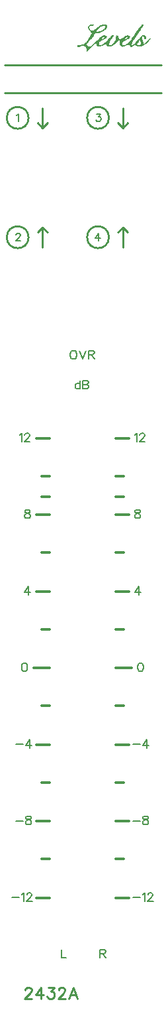
<source format=gto>
G04 Layer: TopSilkscreenLayer*
G04 EasyEDA v6.5.23, 2023-06-01 15:37:06*
G04 23eb6b4696734b44af23c16f2827e462,5a6b42c53f6a479593ecc07194224c93,10*
G04 Gerber Generator version 0.2*
G04 Scale: 100 percent, Rotated: No, Reflected: No *
G04 Dimensions in millimeters *
G04 leading zeros omitted , absolute positions ,4 integer and 5 decimal *
%FSLAX45Y45*%
%MOMM*%

%ADD10C,0.1524*%
%ADD11C,0.2032*%
%ADD12C,0.2540*%
%ADD13C,0.3000*%

%LPD*%
G36*
X1286916Y12713919D02*
G01*
X1282141Y12713665D01*
X1271930Y12712192D01*
X1261059Y12709499D01*
X1255420Y12707721D01*
X1243838Y12703251D01*
X1231849Y12697612D01*
X1219708Y12690805D01*
X1213561Y12686995D01*
X1201318Y12678511D01*
X1189228Y12668961D01*
X1167384Y12649911D01*
X1154633Y12639903D01*
X1149299Y12636195D01*
X1144524Y12633350D01*
X1140256Y12631318D01*
X1136396Y12630048D01*
X1132941Y12629489D01*
X1129792Y12629642D01*
X1126896Y12630454D01*
X1124102Y12631826D01*
X1118514Y12635687D01*
X1113536Y12639700D01*
X1109218Y12643866D01*
X1105560Y12648133D01*
X1102512Y12652451D01*
X1100124Y12656769D01*
X1098346Y12661036D01*
X1097229Y12665303D01*
X1096670Y12669418D01*
X1096772Y12673380D01*
X1097483Y12677190D01*
X1098804Y12680746D01*
X1100683Y12684048D01*
X1103223Y12687046D01*
X1106322Y12689687D01*
X1110030Y12691973D01*
X1114348Y12693751D01*
X1119225Y12695123D01*
X1124661Y12695986D01*
X1141018Y12696952D01*
X1149451Y12698831D01*
X1155141Y12701625D01*
X1157224Y12704978D01*
X1156258Y12708128D01*
X1153464Y12710515D01*
X1149197Y12712242D01*
X1143711Y12713258D01*
X1137361Y12713614D01*
X1130401Y12713411D01*
X1123086Y12712547D01*
X1115771Y12711125D01*
X1108760Y12709093D01*
X1102258Y12706604D01*
X1096670Y12703556D01*
X1092200Y12700000D01*
X1088593Y12696037D01*
X1085596Y12692024D01*
X1083157Y12687858D01*
X1081278Y12683591D01*
X1080008Y12679273D01*
X1079347Y12674803D01*
X1079246Y12670282D01*
X1079703Y12665608D01*
X1080770Y12660884D01*
X1082395Y12656058D01*
X1084630Y12651130D01*
X1087475Y12646101D01*
X1090879Y12641021D01*
X1094841Y12635788D01*
X1099362Y12630505D01*
X1109522Y12620142D01*
X1186230Y12620142D01*
X1186535Y12623139D01*
X1188262Y12627406D01*
X1194155Y12638176D01*
X1197508Y12643205D01*
X1201216Y12648082D01*
X1205230Y12652806D01*
X1209497Y12657378D01*
X1218692Y12665964D01*
X1223568Y12669926D01*
X1233627Y12677140D01*
X1243838Y12683286D01*
X1248968Y12685979D01*
X1253998Y12688316D01*
X1263700Y12691973D01*
X1268323Y12693294D01*
X1272743Y12694208D01*
X1276908Y12694767D01*
X1280820Y12694869D01*
X1284376Y12694615D01*
X1287576Y12693853D01*
X1290421Y12692684D01*
X1292809Y12691008D01*
X1294688Y12688874D01*
X1296111Y12686233D01*
X1297025Y12683083D01*
X1297279Y12679375D01*
X1296974Y12676022D01*
X1296060Y12672568D01*
X1294485Y12669012D01*
X1292453Y12665405D01*
X1289862Y12661747D01*
X1286764Y12658140D01*
X1283258Y12654483D01*
X1279347Y12650927D01*
X1275029Y12647371D01*
X1265478Y12640614D01*
X1254810Y12634468D01*
X1249172Y12631623D01*
X1237437Y12626644D01*
X1231442Y12624562D01*
X1225397Y12622733D01*
X1219301Y12621260D01*
X1203299Y12618516D01*
X1195832Y12617653D01*
X1190650Y12617551D01*
X1187500Y12618313D01*
X1186230Y12620142D01*
X1109522Y12620142D01*
X1130604Y12599060D01*
X1089355Y12533934D01*
X1078636Y12517882D01*
X1068628Y12503912D01*
X1059180Y12491923D01*
X1050036Y12481763D01*
X1045565Y12477343D01*
X1041095Y12473330D01*
X1036675Y12469723D01*
X1032205Y12466472D01*
X1027734Y12463576D01*
X1018590Y12458852D01*
X1013866Y12456972D01*
X1009040Y12455398D01*
X1004112Y12454128D01*
X998982Y12453112D01*
X988212Y12451791D01*
X966876Y12451232D01*
X958748Y12450724D01*
X952144Y12449810D01*
X946912Y12448489D01*
X943051Y12446660D01*
X940358Y12444425D01*
X938834Y12441631D01*
X938377Y12438278D01*
X938834Y12434773D01*
X940308Y12431826D01*
X942594Y12429388D01*
X945794Y12427610D01*
X949756Y12426340D01*
X954481Y12425680D01*
X959916Y12425629D01*
X965962Y12426137D01*
X972667Y12427254D01*
X979932Y12428931D01*
X987653Y12431268D01*
X1002131Y12436144D01*
X1008278Y12437313D01*
X1014272Y12437821D01*
X1020114Y12437567D01*
X1025753Y12436652D01*
X1031138Y12435078D01*
X1036218Y12432842D01*
X1040942Y12430048D01*
X1045260Y12426696D01*
X1049172Y12422835D01*
X1052576Y12418415D01*
X1055471Y12413589D01*
X1057808Y12408255D01*
X1059484Y12402566D01*
X1060551Y12396470D01*
X1061313Y12379909D01*
X1062329Y12371628D01*
X1063802Y12365990D01*
X1065631Y12363958D01*
X1066749Y12364466D01*
X1071676Y12368530D01*
X1079754Y12376048D01*
X1090422Y12386462D01*
X1117041Y12413945D01*
X1149299Y12448133D01*
X1160881Y12459716D01*
X1165453Y12463881D01*
X1169263Y12467031D01*
X1172464Y12469164D01*
X1175156Y12470384D01*
X1177340Y12470739D01*
X1179169Y12470231D01*
X1180744Y12468961D01*
X1182116Y12466980D01*
X1184656Y12460986D01*
X1187754Y12452350D01*
X1189736Y12448082D01*
X1191920Y12444222D01*
X1194358Y12440767D01*
X1197051Y12437770D01*
X1199997Y12435230D01*
X1203198Y12433147D01*
X1206652Y12431471D01*
X1210360Y12430201D01*
X1214374Y12429388D01*
X1218692Y12429032D01*
X1223314Y12429083D01*
X1228191Y12429591D01*
X1233424Y12430506D01*
X1238961Y12431826D01*
X1244803Y12433604D01*
X1251000Y12435789D01*
X1257554Y12438380D01*
X1281633Y12449657D01*
X1290320Y12453416D01*
X1297736Y12456261D01*
X1303832Y12458090D01*
X1308608Y12458903D01*
X1312062Y12458801D01*
X1314094Y12457633D01*
X1314805Y12455499D01*
X1315821Y12450521D01*
X1318564Y12444831D01*
X1322628Y12439192D01*
X1327607Y12434214D01*
X1330960Y12431826D01*
X1334668Y12429896D01*
X1338681Y12428474D01*
X1342999Y12427610D01*
X1347520Y12427153D01*
X1352346Y12427204D01*
X1357376Y12427762D01*
X1362608Y12428728D01*
X1367993Y12430201D01*
X1373581Y12432131D01*
X1379321Y12434468D01*
X1385214Y12437262D01*
X1391208Y12440462D01*
X1397254Y12444120D01*
X1403400Y12448184D01*
X1409649Y12452654D01*
X1415897Y12457480D01*
X1422146Y12462764D01*
X1428394Y12468402D01*
X1440688Y12480391D01*
X1451660Y12490500D01*
X1461109Y12498171D01*
X1469034Y12503404D01*
X1472438Y12505131D01*
X1475435Y12506248D01*
X1478076Y12506756D01*
X1480362Y12506655D01*
X1482293Y12505994D01*
X1483817Y12504674D01*
X1484985Y12502794D01*
X1485798Y12500254D01*
X1486255Y12497155D01*
X1486306Y12493447D01*
X1486052Y12489180D01*
X1485442Y12484252D01*
X1483512Y12472771D01*
X1483207Y12467082D01*
X1483461Y12461748D01*
X1484376Y12456718D01*
X1485900Y12452045D01*
X1488033Y12447625D01*
X1490726Y12443510D01*
X1494078Y12439700D01*
X1498447Y12435586D01*
X1502562Y12432182D01*
X1506575Y12429540D01*
X1510690Y12427712D01*
X1514957Y12426645D01*
X1519631Y12426391D01*
X1524812Y12426899D01*
X1530705Y12428169D01*
X1537462Y12430252D01*
X1545132Y12433147D01*
X1575562Y12446304D01*
X1584401Y12449911D01*
X1591157Y12451943D01*
X1596491Y12452502D01*
X1600860Y12451486D01*
X1604924Y12448895D01*
X1609140Y12444679D01*
X1618996Y12433096D01*
X1623110Y12428880D01*
X1626870Y12426340D01*
X1630781Y12425324D01*
X1635302Y12425883D01*
X1640890Y12427915D01*
X1648053Y12431471D01*
X1663293Y12439700D01*
X1669034Y12442291D01*
X1674266Y12444222D01*
X1678990Y12445492D01*
X1683054Y12446152D01*
X1686407Y12446050D01*
X1688947Y12445288D01*
X1694434Y12440005D01*
X1701088Y12436094D01*
X1709572Y12432436D01*
X1719021Y12429490D01*
X1723339Y12428626D01*
X1727860Y12428169D01*
X1732686Y12428067D01*
X1737664Y12428321D01*
X1742846Y12428931D01*
X1748231Y12429896D01*
X1753717Y12431166D01*
X1759356Y12432741D01*
X1765147Y12434671D01*
X1776933Y12439446D01*
X1788922Y12445288D01*
X1800961Y12452248D01*
X1806956Y12456058D01*
X1818792Y12464440D01*
X1830324Y12473686D01*
X1841347Y12483744D01*
X1846630Y12489027D01*
X1857298Y12500813D01*
X1866595Y12511887D01*
X1873402Y12520879D01*
X1877872Y12527737D01*
X1879244Y12530429D01*
X1880057Y12532563D01*
X1880362Y12534138D01*
X1880107Y12535204D01*
X1879396Y12535712D01*
X1878126Y12535662D01*
X1876348Y12535103D01*
X1874113Y12533985D01*
X1868271Y12530074D01*
X1860651Y12523927D01*
X1851355Y12515545D01*
X1840484Y12504877D01*
X1793646Y12455804D01*
X1775409Y12527127D01*
X1773428Y12535916D01*
X1772157Y12542723D01*
X1771599Y12547854D01*
X1771751Y12551460D01*
X1772513Y12553899D01*
X1773986Y12555321D01*
X1776069Y12556083D01*
X1778812Y12556337D01*
X1782165Y12556337D01*
X1787855Y12555067D01*
X1792376Y12551460D01*
X1795272Y12545923D01*
X1796288Y12538862D01*
X1796745Y12532258D01*
X1797964Y12527280D01*
X1799945Y12523927D01*
X1802739Y12522149D01*
X1806193Y12521996D01*
X1810308Y12523520D01*
X1815084Y12526619D01*
X1820418Y12531445D01*
X1823770Y12535712D01*
X1825752Y12540284D01*
X1826361Y12545009D01*
X1825802Y12549733D01*
X1824075Y12554356D01*
X1821332Y12558776D01*
X1817624Y12562890D01*
X1813102Y12566497D01*
X1807768Y12569494D01*
X1801825Y12571831D01*
X1795272Y12573304D01*
X1788261Y12573812D01*
X1783791Y12573660D01*
X1779473Y12573101D01*
X1775307Y12572136D01*
X1771294Y12570764D01*
X1767332Y12568936D01*
X1763420Y12566650D01*
X1759508Y12563856D01*
X1755597Y12560503D01*
X1751584Y12556642D01*
X1747418Y12552222D01*
X1743151Y12547193D01*
X1734616Y12536271D01*
X1725675Y12525349D01*
X1715973Y12514173D01*
X1705813Y12502946D01*
X1685086Y12481458D01*
X1669646Y12466726D01*
X1700733Y12466726D01*
X1703425Y12468504D01*
X1711248Y12468910D01*
X1717293Y12470079D01*
X1722018Y12473432D01*
X1725168Y12478512D01*
X1726285Y12484912D01*
X1726692Y12491567D01*
X1727911Y12497866D01*
X1729689Y12503099D01*
X1731873Y12506553D01*
X1735836Y12509398D01*
X1739595Y12510008D01*
X1743100Y12508636D01*
X1746199Y12505385D01*
X1748789Y12500406D01*
X1750822Y12493904D01*
X1752092Y12485979D01*
X1752549Y12476835D01*
X1752092Y12469469D01*
X1750872Y12462967D01*
X1748840Y12457328D01*
X1746199Y12452654D01*
X1742948Y12448997D01*
X1739239Y12446355D01*
X1735074Y12444780D01*
X1730552Y12444374D01*
X1725777Y12445085D01*
X1720799Y12446965D01*
X1715719Y12450165D01*
X1710588Y12454585D01*
X1703120Y12462408D01*
X1700733Y12466726D01*
X1669646Y12466726D01*
X1661058Y12459055D01*
X1652879Y12452248D01*
X1645970Y12447117D01*
X1643024Y12445187D01*
X1640484Y12443815D01*
X1638350Y12442952D01*
X1636725Y12442647D01*
X1634134Y12443002D01*
X1633169Y12443409D01*
X1632407Y12444069D01*
X1631899Y12444933D01*
X1631645Y12446050D01*
X1631645Y12447524D01*
X1632508Y12451283D01*
X1634591Y12456515D01*
X1637995Y12463373D01*
X1642821Y12472060D01*
X1657248Y12495530D01*
X1678635Y12528550D01*
X1732280Y12609271D01*
X1751228Y12638633D01*
X1767179Y12664389D01*
X1779473Y12685268D01*
X1787347Y12700152D01*
X1789988Y12706604D01*
X1790141Y12707772D01*
X1789988Y12708382D01*
X1786585Y12711176D01*
X1784857Y12712090D01*
X1783029Y12712750D01*
X1781098Y12713055D01*
X1779117Y12713055D01*
X1777034Y12712750D01*
X1772513Y12711023D01*
X1767433Y12707772D01*
X1761794Y12702997D01*
X1755393Y12696494D01*
X1748180Y12688214D01*
X1740052Y12678054D01*
X1730959Y12665964D01*
X1720748Y12651790D01*
X1696720Y12616942D01*
X1670608Y12578232D01*
X1648917Y12546787D01*
X1635099Y12527635D01*
X1626819Y12516662D01*
X1619148Y12507010D01*
X1611934Y12498476D01*
X1605076Y12491008D01*
X1598472Y12484354D01*
X1591970Y12478461D01*
X1585468Y12473127D01*
X1578813Y12468250D01*
X1571853Y12463678D01*
X1564589Y12459258D01*
X1556766Y12454839D01*
X1550060Y12451588D01*
X1543913Y12449200D01*
X1538274Y12447778D01*
X1533194Y12447270D01*
X1528724Y12447676D01*
X1524863Y12448895D01*
X1521764Y12450978D01*
X1519326Y12453924D01*
X1517650Y12457633D01*
X1516735Y12462205D01*
X1516735Y12467488D01*
X1517548Y12473584D01*
X1518310Y12477242D01*
X1519275Y12480493D01*
X1520647Y12483439D01*
X1522526Y12486182D01*
X1525168Y12488926D01*
X1528775Y12491770D01*
X1533550Y12494920D01*
X1539697Y12498425D01*
X1556867Y12507264D01*
X1588008Y12522504D01*
X1593596Y12525756D01*
X1598625Y12529058D01*
X1603044Y12532410D01*
X1606905Y12535763D01*
X1610207Y12539065D01*
X1612849Y12542418D01*
X1614932Y12545669D01*
X1616405Y12548870D01*
X1617319Y12551968D01*
X1617573Y12554915D01*
X1617218Y12557760D01*
X1616252Y12560401D01*
X1614678Y12562840D01*
X1612442Y12565126D01*
X1609598Y12567107D01*
X1606092Y12568885D01*
X1601978Y12570307D01*
X1597202Y12571476D01*
X1591767Y12572339D01*
X1587347Y12572644D01*
X1582877Y12572542D01*
X1578406Y12572085D01*
X1573885Y12571171D01*
X1569262Y12569850D01*
X1564538Y12568072D01*
X1559661Y12565837D01*
X1554632Y12563144D01*
X1549400Y12559995D01*
X1538224Y12552172D01*
X1525422Y12542215D01*
X1519021Y12537643D01*
X1513027Y12533782D01*
X1507439Y12530632D01*
X1502257Y12528245D01*
X1497482Y12526518D01*
X1493113Y12525552D01*
X1489151Y12525298D01*
X1485544Y12525756D01*
X1482344Y12526924D01*
X1479550Y12528854D01*
X1477060Y12531445D01*
X1474978Y12534798D01*
X1473250Y12538862D01*
X1471879Y12543637D01*
X1470863Y12549174D01*
X1468577Y12557201D01*
X1464360Y12564211D01*
X1458874Y12569494D01*
X1452676Y12572187D01*
X1445361Y12572390D01*
X1440637Y12569190D01*
X1438097Y12562078D01*
X1437081Y12545161D01*
X1436370Y12539675D01*
X1435150Y12534087D01*
X1433576Y12528397D01*
X1431594Y12522657D01*
X1429258Y12516866D01*
X1426229Y12510414D01*
X1529283Y12510414D01*
X1550517Y12533376D01*
X1558340Y12541402D01*
X1565351Y12547701D01*
X1571447Y12552273D01*
X1576578Y12555067D01*
X1580692Y12556032D01*
X1583690Y12555169D01*
X1585569Y12552426D01*
X1586179Y12547803D01*
X1585620Y12545822D01*
X1583944Y12543383D01*
X1581302Y12540589D01*
X1577848Y12537541D01*
X1573631Y12534392D01*
X1568805Y12531140D01*
X1563471Y12527940D01*
X1557731Y12524841D01*
X1529283Y12510414D01*
X1426229Y12510414D01*
X1423619Y12505283D01*
X1416913Y12494006D01*
X1413256Y12488519D01*
X1405382Y12478156D01*
X1397050Y12468758D01*
X1392783Y12464491D01*
X1388516Y12460579D01*
X1384249Y12457023D01*
X1379982Y12453874D01*
X1375765Y12451130D01*
X1371701Y12448946D01*
X1367739Y12447219D01*
X1363929Y12446050D01*
X1360271Y12445441D01*
X1356868Y12445441D01*
X1353718Y12446101D01*
X1350822Y12447473D01*
X1348232Y12449505D01*
X1347063Y12451080D01*
X1346301Y12453112D01*
X1345946Y12455499D01*
X1345946Y12458293D01*
X1346403Y12461494D01*
X1347216Y12465100D01*
X1350060Y12473432D01*
X1354480Y12483338D01*
X1360424Y12494666D01*
X1367840Y12507468D01*
X1376832Y12521692D01*
X1387246Y12537236D01*
X1403502Y12560350D01*
X1406550Y12565075D01*
X1408226Y12568529D01*
X1408582Y12570968D01*
X1407515Y12572492D01*
X1404975Y12573355D01*
X1400962Y12573762D01*
X1395425Y12573812D01*
X1391056Y12573152D01*
X1386027Y12571120D01*
X1380439Y12567869D01*
X1374394Y12563500D01*
X1368094Y12558115D01*
X1361541Y12551765D01*
X1354937Y12544602D01*
X1343456Y12530480D01*
X1333500Y12518644D01*
X1323543Y12507569D01*
X1313586Y12497308D01*
X1303832Y12487859D01*
X1294231Y12479274D01*
X1284884Y12471603D01*
X1275842Y12464846D01*
X1267256Y12459106D01*
X1259128Y12454331D01*
X1251559Y12450622D01*
X1244549Y12447930D01*
X1238250Y12446406D01*
X1235405Y12446050D01*
X1232712Y12446000D01*
X1230274Y12446254D01*
X1227988Y12446762D01*
X1225956Y12447625D01*
X1224178Y12448743D01*
X1222603Y12450216D01*
X1221333Y12451994D01*
X1220266Y12454077D01*
X1219504Y12456515D01*
X1218996Y12459258D01*
X1218742Y12462306D01*
X1219200Y12469469D01*
X1220673Y12477242D01*
X1221638Y12480493D01*
X1222959Y12483439D01*
X1224838Y12486182D01*
X1227531Y12488926D01*
X1231138Y12491770D01*
X1235913Y12494920D01*
X1242060Y12498425D01*
X1259230Y12507264D01*
X1290523Y12522606D01*
X1296263Y12525908D01*
X1301394Y12529261D01*
X1305915Y12532664D01*
X1309827Y12536068D01*
X1313078Y12539421D01*
X1315720Y12542723D01*
X1317752Y12546025D01*
X1319123Y12549174D01*
X1319885Y12552273D01*
X1319987Y12555220D01*
X1319479Y12557963D01*
X1318310Y12560604D01*
X1316482Y12562992D01*
X1313992Y12565227D01*
X1310843Y12567158D01*
X1307084Y12568834D01*
X1302613Y12570256D01*
X1297533Y12571374D01*
X1289202Y12572339D01*
X1284325Y12572542D01*
X1279550Y12572288D01*
X1274673Y12571425D01*
X1269542Y12569799D01*
X1263904Y12567259D01*
X1257604Y12563652D01*
X1250391Y12558877D01*
X1242110Y12552730D01*
X1232560Y12545110D01*
X1221486Y12535814D01*
X1192651Y12510414D01*
X1231646Y12510414D01*
X1252880Y12533376D01*
X1260703Y12541402D01*
X1267714Y12547701D01*
X1273810Y12552273D01*
X1278940Y12555067D01*
X1283055Y12556032D01*
X1286052Y12555169D01*
X1287932Y12552426D01*
X1288542Y12547803D01*
X1287983Y12545822D01*
X1286306Y12543383D01*
X1283665Y12540589D01*
X1280210Y12537541D01*
X1275994Y12534392D01*
X1271168Y12531140D01*
X1265834Y12527940D01*
X1260094Y12524841D01*
X1231646Y12510414D01*
X1192651Y12510414D01*
X1116279Y12440666D01*
X1109319Y12434824D01*
X1103731Y12430963D01*
X1099159Y12428931D01*
X1095095Y12428626D01*
X1091285Y12429947D01*
X1087323Y12432842D01*
X1076452Y12442647D01*
X1069898Y12447219D01*
X1063802Y12450267D01*
X1059027Y12451384D01*
X1058164Y12451842D01*
X1058113Y12453061D01*
X1058875Y12455093D01*
X1062482Y12461087D01*
X1068730Y12469520D01*
X1077264Y12479782D01*
X1087729Y12491567D01*
X1098143Y12502692D01*
X1107287Y12512852D01*
X1116228Y12523266D01*
X1124813Y12533680D01*
X1132738Y12543790D01*
X1139799Y12553238D01*
X1145692Y12561773D01*
X1150264Y12569088D01*
X1156157Y12579654D01*
X1160221Y12585801D01*
X1164437Y12590627D01*
X1168857Y12594336D01*
X1173734Y12597028D01*
X1179220Y12598806D01*
X1185519Y12599771D01*
X1198930Y12600228D01*
X1211630Y12601600D01*
X1218082Y12602768D01*
X1230934Y12605969D01*
X1237386Y12608001D01*
X1250086Y12612776D01*
X1256284Y12615468D01*
X1268323Y12621514D01*
X1279652Y12628270D01*
X1285036Y12631826D01*
X1294993Y12639344D01*
X1303782Y12647269D01*
X1311198Y12655397D01*
X1314348Y12659512D01*
X1317040Y12663678D01*
X1319326Y12667843D01*
X1321155Y12671958D01*
X1322476Y12676022D01*
X1323289Y12680086D01*
X1323543Y12684048D01*
X1323340Y12688366D01*
X1322679Y12692329D01*
X1321612Y12695936D01*
X1320139Y12699187D01*
X1318260Y12702133D01*
X1316024Y12704775D01*
X1313434Y12707010D01*
X1310538Y12708991D01*
X1307287Y12710617D01*
X1303782Y12711887D01*
X1299921Y12712903D01*
X1295857Y12713563D01*
X1291488Y12713919D01*
G37*
D10*
X1231900Y902715D02*
G01*
X1231900Y793750D01*
X1231900Y902715D02*
G01*
X1278636Y902715D01*
X1294129Y897636D01*
X1299463Y892302D01*
X1304543Y881887D01*
X1304543Y871473D01*
X1299463Y861060D01*
X1294129Y855979D01*
X1278636Y850900D01*
X1231900Y850900D01*
X1268222Y850900D02*
G01*
X1304543Y793750D01*
X736600Y902715D02*
G01*
X736600Y793750D01*
X736600Y793750D02*
G01*
X798829Y793750D01*
X976629Y8167115D02*
G01*
X976629Y8058150D01*
X976629Y8115300D02*
G01*
X966470Y8125460D01*
X956056Y8130794D01*
X940308Y8130794D01*
X929893Y8125460D01*
X919479Y8115300D01*
X914400Y8099552D01*
X914400Y8089137D01*
X919479Y8073644D01*
X929893Y8063229D01*
X940308Y8058150D01*
X956056Y8058150D01*
X966470Y8063229D01*
X976629Y8073644D01*
X1010920Y8167115D02*
G01*
X1010920Y8058150D01*
X1010920Y8167115D02*
G01*
X1057909Y8167115D01*
X1073404Y8162036D01*
X1078484Y8156702D01*
X1083818Y8146287D01*
X1083818Y8135873D01*
X1078484Y8125460D01*
X1073404Y8120379D01*
X1057909Y8115300D01*
X1010920Y8115300D02*
G01*
X1057909Y8115300D01*
X1073404Y8109965D01*
X1078484Y8104886D01*
X1083818Y8094471D01*
X1083818Y8078723D01*
X1078484Y8068310D01*
X1073404Y8063229D01*
X1057909Y8058150D01*
X1010920Y8058150D01*
D11*
X1190243Y11568937D02*
G01*
X1240281Y11568937D01*
X1212850Y11532615D01*
X1226565Y11532615D01*
X1235709Y11528044D01*
X1240281Y11523471D01*
X1244854Y11510010D01*
X1244854Y11500865D01*
X1240281Y11487150D01*
X1231138Y11478005D01*
X1217422Y11473434D01*
X1203706Y11473434D01*
X1190243Y11478005D01*
X1185672Y11482578D01*
X1181100Y11491721D01*
X165100Y11550904D02*
G01*
X174244Y11555476D01*
X187705Y11568937D01*
X187705Y11473434D01*
D12*
X273557Y384047D02*
G01*
X273557Y390905D01*
X280415Y404368D01*
X287273Y411226D01*
X300736Y418084D01*
X328168Y418084D01*
X341629Y411226D01*
X348487Y404368D01*
X355345Y390905D01*
X355345Y377189D01*
X348487Y363473D01*
X334771Y343154D01*
X266700Y274828D01*
X362204Y274828D01*
X475234Y418084D02*
G01*
X407162Y322579D01*
X509523Y322579D01*
X475234Y418084D02*
G01*
X475234Y274828D01*
X567944Y418084D02*
G01*
X643128Y418084D01*
X602234Y363473D01*
X622554Y363473D01*
X636270Y356615D01*
X643128Y349757D01*
X649986Y329437D01*
X649986Y315721D01*
X643128Y295402D01*
X629412Y281686D01*
X609092Y274828D01*
X588518Y274828D01*
X567944Y281686D01*
X561339Y288544D01*
X554481Y302260D01*
X701802Y384047D02*
G01*
X701802Y390905D01*
X708406Y404368D01*
X715263Y411226D01*
X728979Y418084D01*
X756158Y418084D01*
X769874Y411226D01*
X776731Y404368D01*
X783590Y390905D01*
X783590Y377189D01*
X776731Y363473D01*
X763015Y343154D01*
X694943Y274828D01*
X790447Y274828D01*
X889761Y418084D02*
G01*
X835406Y274828D01*
X889761Y418084D02*
G01*
X944372Y274828D01*
X855725Y322579D02*
G01*
X924052Y322579D01*
D11*
X1213865Y10044937D02*
G01*
X1168400Y9981437D01*
X1236472Y9981437D01*
X1213865Y10044937D02*
G01*
X1213865Y9949434D01*
X156971Y10022331D02*
G01*
X156971Y10026904D01*
X161544Y10035794D01*
X166115Y10040365D01*
X175005Y10044937D01*
X193294Y10044937D01*
X202437Y10040365D01*
X207010Y10035794D01*
X211581Y10026904D01*
X211581Y10017760D01*
X207010Y10008615D01*
X197865Y9994900D01*
X152400Y9949434D01*
X216154Y9949434D01*
D10*
X1651000Y1564386D02*
G01*
X1744472Y1564386D01*
X1778761Y1605787D02*
G01*
X1789175Y1611121D01*
X1804670Y1626615D01*
X1804670Y1517650D01*
X1844293Y1600707D02*
G01*
X1844293Y1605787D01*
X1849374Y1616202D01*
X1854708Y1621536D01*
X1865122Y1626615D01*
X1885950Y1626615D01*
X1896109Y1621536D01*
X1901443Y1616202D01*
X1906524Y1605787D01*
X1906524Y1595373D01*
X1901443Y1584960D01*
X1891029Y1569465D01*
X1838959Y1517650D01*
X1911858Y1517650D01*
X101600Y1564386D02*
G01*
X195071Y1564386D01*
X229362Y1605787D02*
G01*
X239776Y1611121D01*
X255270Y1626615D01*
X255270Y1517650D01*
X294894Y1600707D02*
G01*
X294894Y1605787D01*
X299973Y1616202D01*
X305307Y1621536D01*
X315721Y1626615D01*
X336550Y1626615D01*
X346710Y1621536D01*
X352044Y1616202D01*
X357123Y1605787D01*
X357123Y1595373D01*
X352044Y1584960D01*
X341629Y1569465D01*
X289560Y1517650D01*
X362457Y1517650D01*
X1745741Y4560315D02*
G01*
X1729993Y4555236D01*
X1719579Y4539487D01*
X1714500Y4513579D01*
X1714500Y4498086D01*
X1719579Y4471923D01*
X1729993Y4456429D01*
X1745741Y4451350D01*
X1756156Y4451350D01*
X1771650Y4456429D01*
X1782063Y4471923D01*
X1787143Y4498086D01*
X1787143Y4513579D01*
X1782063Y4539487D01*
X1771650Y4555236D01*
X1756156Y4560315D01*
X1745741Y4560315D01*
X259842Y4560315D02*
G01*
X244094Y4555236D01*
X233679Y4539487D01*
X228600Y4513579D01*
X228600Y4498086D01*
X233679Y4471923D01*
X244094Y4456429D01*
X259842Y4451350D01*
X270255Y4451350D01*
X285750Y4456429D01*
X296163Y4471923D01*
X301244Y4498086D01*
X301244Y4513579D01*
X296163Y4539487D01*
X285750Y4555236D01*
X270255Y4560315D01*
X259842Y4560315D01*
X152400Y2542286D02*
G01*
X245871Y2542286D01*
X306070Y2604515D02*
G01*
X290576Y2599436D01*
X285495Y2589021D01*
X285495Y2578607D01*
X290576Y2568194D01*
X300989Y2562860D01*
X321818Y2557779D01*
X337312Y2552700D01*
X347726Y2542286D01*
X353060Y2531871D01*
X353060Y2516123D01*
X347726Y2505710D01*
X342645Y2500629D01*
X326897Y2495550D01*
X306070Y2495550D01*
X290576Y2500629D01*
X285495Y2505710D01*
X280162Y2516123D01*
X280162Y2531871D01*
X285495Y2542286D01*
X295910Y2552700D01*
X311404Y2557779D01*
X332231Y2562860D01*
X342645Y2568194D01*
X347726Y2578607D01*
X347726Y2589021D01*
X342645Y2599436D01*
X326897Y2604515D01*
X306070Y2604515D01*
X1651000Y2542286D02*
G01*
X1744472Y2542286D01*
X1804670Y2604515D02*
G01*
X1789175Y2599436D01*
X1784095Y2589021D01*
X1784095Y2578607D01*
X1789175Y2568194D01*
X1799590Y2562860D01*
X1820418Y2557779D01*
X1835911Y2552700D01*
X1846325Y2542286D01*
X1851659Y2531871D01*
X1851659Y2516123D01*
X1846325Y2505710D01*
X1841245Y2500629D01*
X1825497Y2495550D01*
X1804670Y2495550D01*
X1789175Y2500629D01*
X1784095Y2505710D01*
X1778761Y2516123D01*
X1778761Y2531871D01*
X1784095Y2542286D01*
X1794509Y2552700D01*
X1810004Y2557779D01*
X1830831Y2562860D01*
X1841245Y2568194D01*
X1846325Y2578607D01*
X1846325Y2589021D01*
X1841245Y2599436D01*
X1825497Y2604515D01*
X1804670Y2604515D01*
X152400Y3520186D02*
G01*
X245871Y3520186D01*
X332231Y3582415D02*
G01*
X280162Y3509771D01*
X358139Y3509771D01*
X332231Y3582415D02*
G01*
X332231Y3473450D01*
X1651000Y3520186D02*
G01*
X1744472Y3520186D01*
X1830831Y3582415D02*
G01*
X1778761Y3509771D01*
X1856740Y3509771D01*
X1830831Y3582415D02*
G01*
X1830831Y3473450D01*
X318770Y5538215D02*
G01*
X266700Y5465571D01*
X344678Y5465571D01*
X318770Y5538215D02*
G01*
X318770Y5429250D01*
X1728470Y5538215D02*
G01*
X1676400Y5465571D01*
X1754377Y5465571D01*
X1728470Y5538215D02*
G01*
X1728470Y5429250D01*
X292607Y6516115D02*
G01*
X277113Y6511036D01*
X271779Y6500621D01*
X271779Y6490207D01*
X277113Y6479794D01*
X287528Y6474460D01*
X308355Y6469379D01*
X323850Y6464300D01*
X334263Y6453886D01*
X339344Y6443471D01*
X339344Y6427723D01*
X334263Y6417310D01*
X328929Y6412229D01*
X313436Y6407150D01*
X292607Y6407150D01*
X277113Y6412229D01*
X271779Y6417310D01*
X266700Y6427723D01*
X266700Y6443471D01*
X271779Y6453886D01*
X282194Y6464300D01*
X297942Y6469379D01*
X318770Y6474460D01*
X328929Y6479794D01*
X334263Y6490207D01*
X334263Y6500621D01*
X328929Y6511036D01*
X313436Y6516115D01*
X292607Y6516115D01*
X1702308Y6516115D02*
G01*
X1686813Y6511036D01*
X1681479Y6500621D01*
X1681479Y6490207D01*
X1686813Y6479794D01*
X1697227Y6474460D01*
X1718056Y6469379D01*
X1733550Y6464300D01*
X1743963Y6453886D01*
X1749043Y6443471D01*
X1749043Y6427723D01*
X1743963Y6417310D01*
X1738629Y6412229D01*
X1723136Y6407150D01*
X1702308Y6407150D01*
X1686813Y6412229D01*
X1681479Y6417310D01*
X1676400Y6427723D01*
X1676400Y6443471D01*
X1681479Y6453886D01*
X1691893Y6464300D01*
X1707641Y6469379D01*
X1728470Y6474460D01*
X1738629Y6479794D01*
X1743963Y6490207D01*
X1743963Y6500621D01*
X1738629Y6511036D01*
X1723136Y6516115D01*
X1702308Y6516115D01*
X203200Y7473187D02*
G01*
X213613Y7478521D01*
X229107Y7494015D01*
X229107Y7385050D01*
X268731Y7468108D02*
G01*
X268731Y7473187D01*
X273812Y7483602D01*
X279145Y7488936D01*
X289560Y7494015D01*
X310134Y7494015D01*
X320547Y7488936D01*
X325881Y7483602D01*
X330962Y7473187D01*
X330962Y7462773D01*
X325881Y7452360D01*
X315468Y7436865D01*
X263397Y7385050D01*
X336295Y7385050D01*
X1676400Y7473187D02*
G01*
X1686813Y7478521D01*
X1702308Y7494015D01*
X1702308Y7385050D01*
X1741931Y7468108D02*
G01*
X1741931Y7473187D01*
X1747011Y7483602D01*
X1752345Y7488936D01*
X1762759Y7494015D01*
X1783334Y7494015D01*
X1793747Y7488936D01*
X1799081Y7483602D01*
X1804161Y7473187D01*
X1804161Y7462773D01*
X1799081Y7452360D01*
X1788668Y7436865D01*
X1736597Y7385050D01*
X1809495Y7385050D01*
X882141Y8548115D02*
G01*
X871727Y8543036D01*
X861313Y8532621D01*
X855979Y8522208D01*
X850900Y8506460D01*
X850900Y8480552D01*
X855979Y8465058D01*
X861313Y8454644D01*
X871727Y8444229D01*
X882141Y8439150D01*
X902970Y8439150D01*
X913129Y8444229D01*
X923543Y8454644D01*
X928877Y8465058D01*
X933958Y8480552D01*
X933958Y8506460D01*
X928877Y8522208D01*
X923543Y8532621D01*
X913129Y8543036D01*
X902970Y8548115D01*
X882141Y8548115D01*
X968247Y8548115D02*
G01*
X1009904Y8439150D01*
X1051559Y8548115D02*
G01*
X1009904Y8439150D01*
X1085850Y8548115D02*
G01*
X1085850Y8439150D01*
X1085850Y8548115D02*
G01*
X1132586Y8548115D01*
X1148079Y8543036D01*
X1153159Y8537702D01*
X1158493Y8527287D01*
X1158493Y8516874D01*
X1153159Y8506460D01*
X1148079Y8501379D01*
X1132586Y8496300D01*
X1085850Y8496300D01*
X1122172Y8496300D02*
G01*
X1158493Y8439150D01*
D13*
X1435100Y1562100D02*
G01*
X1600200Y1562100D01*
X419100Y1562100D02*
G01*
X584200Y1562100D01*
X1435100Y2540000D02*
G01*
X1600200Y2540000D01*
X419100Y2540000D02*
G01*
X584200Y2540000D01*
X1435100Y3517900D02*
G01*
X1600200Y3517900D01*
X419100Y3517900D02*
G01*
X584200Y3517900D01*
X1435100Y5473700D02*
G01*
X1600200Y5473700D01*
X584200Y5473700D02*
G01*
X419100Y5473700D01*
X1435100Y6451600D02*
G01*
X1600200Y6451600D01*
X584200Y6451600D02*
G01*
X419100Y6451600D01*
X1435100Y7429500D02*
G01*
X1600200Y7429500D01*
X584200Y7429500D02*
G01*
X419100Y7429500D01*
X1435100Y6680200D02*
G01*
X1536700Y6680200D01*
X1435100Y6946900D02*
G01*
X1536700Y6946900D01*
X482600Y6680200D02*
G01*
X584200Y6680200D01*
X482600Y6946900D02*
G01*
X584200Y6946900D01*
X1435100Y5969000D02*
G01*
X1536700Y5969000D01*
X482600Y5969000D02*
G01*
X584200Y5969000D01*
X1435100Y4991100D02*
G01*
X1536700Y4991100D01*
X482600Y4991100D02*
G01*
X584200Y4991100D01*
X1435100Y4495800D02*
G01*
X1638300Y4495800D01*
X1435100Y4013200D02*
G01*
X1536700Y4013200D01*
X482600Y4013200D02*
G01*
X584200Y4013200D01*
X584200Y4495800D02*
G01*
X381000Y4495800D01*
X1435100Y3035300D02*
G01*
X1536700Y3035300D01*
X482600Y3035300D02*
G01*
X584200Y3035300D01*
X1435100Y2057400D02*
G01*
X1536700Y2057400D01*
X482600Y2057400D02*
G01*
X584200Y2057400D01*
D12*
X1523900Y9867900D02*
G01*
X1523900Y10121900D01*
X1523900Y10121900D02*
G01*
X1587400Y10058400D01*
X1523900Y10121900D02*
G01*
X1460400Y10058400D01*
X495200Y9867900D02*
G01*
X495200Y10121900D01*
X495200Y10121900D02*
G01*
X558700Y10058400D01*
X495200Y10121900D02*
G01*
X431700Y10058400D01*
X1523900Y11645900D02*
G01*
X1523900Y11391900D01*
X1523900Y11391900D02*
G01*
X1587400Y11455400D01*
X1523900Y11391900D02*
G01*
X1460400Y11455400D01*
X495200Y11645900D02*
G01*
X495200Y11391900D01*
X495200Y11391900D02*
G01*
X558700Y11455400D01*
X495200Y11391900D02*
G01*
X431700Y11455400D01*
X2015070Y12192000D02*
G01*
X15069Y12192000D01*
X2015070Y11836400D02*
G01*
X15069Y11836400D01*
G75*
G01
X1346200Y11518900D02*
G03X1346200Y11518900I-139700J0D01*
G75*
G01
X317500Y11518900D02*
G03X317500Y11518900I-139700J0D01*
G75*
G01
X1346200Y9994900D02*
G03X1346200Y9994900I-139700J0D01*
G75*
G01
X317500Y9994900D02*
G03X317500Y9994900I-139700J0D01*
M02*

</source>
